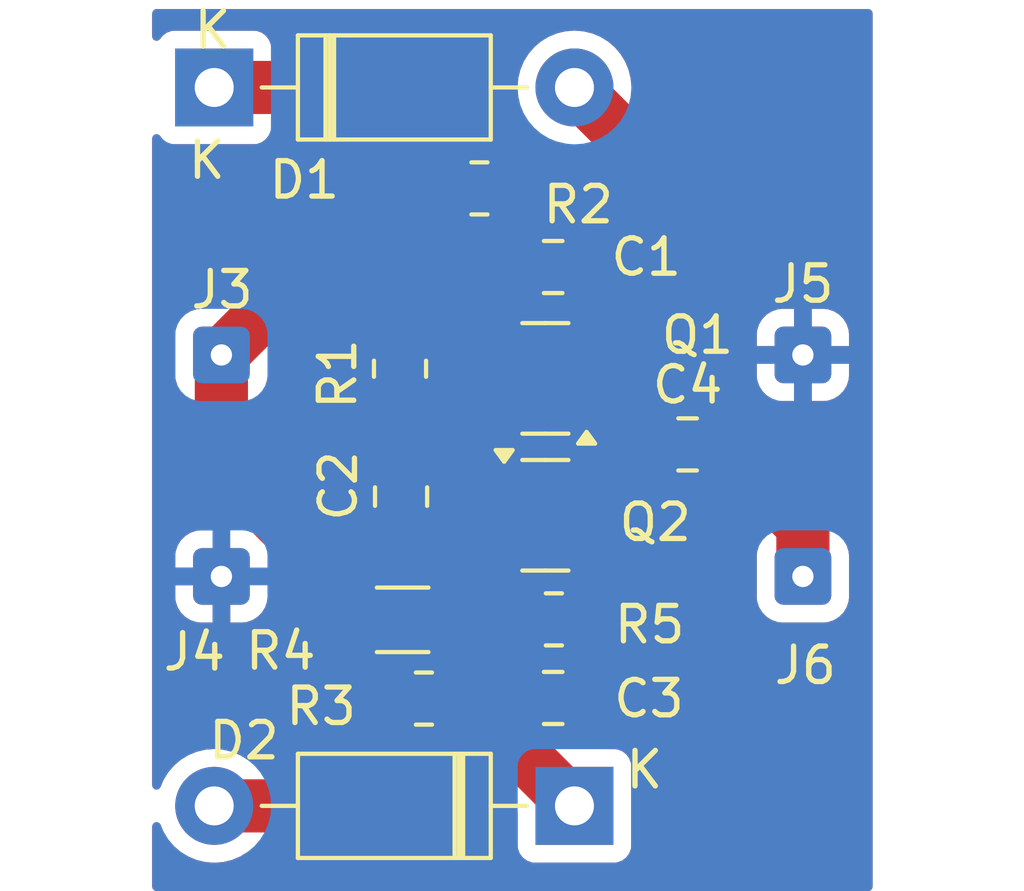
<source format=kicad_pcb>
(kicad_pcb (version 20240108) (generator "pcbnew") (generator_version "8.0")
  (layers (0 "F.Cu" signal) (31 "B.Cu" signal) (34 "B.Paste" user) (35 "F.Paste" user) (36 "B.SilkS" user "B.Silkscreen") (37 "F.SilkS" user "F.Silkscreen") (38 "B.Mask" user) (39 "F.Mask" user) (44 "Edge.Cuts" user))
  (net 0 "")
  (net 1 "Net-(D1-K)")
  (net 2 "Earth")
  (net 3 "Net-(Q2-B)")
  (net 4 "Net-(Q1-C)")
  (net 5 "Net-(D2-K)")
  (net 6 "Net-(Q2-C)")
  (net 7 "Net-(D1-A)")
  (net 8 "Net-(D2-A)")
  (net 9 "Net-(J6-Pin_1)")
  (net 10 "Net-(J3-Pin_1)")
  (footprint "Resistor_SMD:R_0805_2012Metric" (layer "F.Cu") (at 153.5022 74.151)
    (property "Reference" "R2" (at 2.788 0.458 360) (layer "F.SilkS"))
    (property "Value" "R")
    (fp_line (start -0.227064 -0.735) (end 0.227064 -0.735) (stroke (width 0.12)) (layer "F.SilkS"))
    (fp_line (start -0.227064 0.735) (end 0.227064 0.735) (stroke (width 0.12)) (layer "F.SilkS"))
    (pad "1" smd roundrect (at -0.9125 0) (size 1.025 1.4) (layers "F.Cu" "F.Paste" "F.Mask") (roundrect_rratio 0.243902) (net 10 "Net-(J3-Pin_1)"))
    (pad "2" smd roundrect (at 0.9125 0) (size 1.025 1.4) (layers "F.Cu" "F.Paste" "F.Mask") (roundrect_rratio 0.243902) (net 1 "Net-(D1-K)"))
  )
  (footprint "Capacitor_SMD:C_0805_2012Metric" (layer "F.Cu") (at 155.5822 76.36876)
    (property "Reference" "C1" (at 2.624 -0.28 0) (layer "F.SilkS"))
    (property "Value" "C")
    (fp_line (start -0.261252 -0.735) (end 0.261252 -0.735) (stroke (width 0.12)) (layer "F.SilkS"))
    (fp_line (start -0.261252 0.735) (end 0.261252 0.735) (stroke (width 0.12)) (layer "F.SilkS"))
    (pad "1" smd roundrect (at -0.95 0) (size 1 1.45) (layers "F.Cu" "F.Paste" "F.Mask") (net 1 "Net-(D1-K)"))
    (pad "2" smd roundrect (at 0.95 0) (size 1 1.45) (layers "F.Cu" "F.Paste" "F.Mask") (net 2 "Earth"))
  )
  (footprint "Resistor_SMD:R_0805_2012Metric" (layer "F.Cu") (at 151.2626 79.239066 -90)
    (property "Reference" "R1" (at 0.15 1.76 90) (layer "F.SilkS") (effects (font (thickness 0.15) (bold yes))))
    (property "Value" "R")
    (fp_line (start -0.227064 0.735) (end 0.227064 0.735) (stroke (width 0.12)) (layer "F.SilkS"))
    (fp_line (start -0.227064 -0.735) (end 0.227064 -0.735) (stroke (width 0.12)) (layer "F.SilkS"))
    (pad "1" smd roundrect (at -0.9125 0 270) (size 1.025 1.4) (layers "F.Cu" "F.Paste" "F.Mask") (roundrect_rratio 0.243902) (net 1 "Net-(D1-K)"))
    (pad "2" smd roundrect (at 0.9125 0 270) (size 1.025 1.4) (layers "F.Cu" "F.Paste" "F.Mask") (roundrect_rratio 0.243902) (net 4 "Net-(Q1-C)"))
  )
  (footprint "Package_TO_SOT_SMD:SOT-23" (layer "F.Cu") (at 155.3622 83.37428)
    (property "Reference" "Q2" (at 3.1 0.2 0) (layer "F.SilkS"))
    (property "Value" "2N2222")
    (fp_line (start 0 -1.56) (end -0.65 -1.56) (stroke (width 0.12)) (layer "F.SilkS"))
    (fp_line (start 0 -1.56) (end 0.65 -1.56) (stroke (width 0.12)) (layer "F.SilkS"))
    (fp_line (start 0 1.56) (end -0.65 1.56) (stroke (width 0.12)) (layer "F.SilkS"))
    (fp_line (start 0 1.56) (end 0.65 1.56) (stroke (width 0.12)) (layer "F.SilkS"))
    (fp_poly (pts (xy -1.1625 -1.51) (xy -1.4025 -1.84) (xy -0.9225 -1.84) (xy -1.1625 -1.51)) (stroke (width 0.12)) (fill solid) (layer "F.SilkS"))
    (pad "1" smd roundrect (at -0.9375 -0.95) (size 1.475 0.6) (layers "F.Cu" "F.Paste" "F.Mask") (net 2 "Earth"))
    (pad "2" smd roundrect (at -0.9375 0.95) (size 1.475 0.6) (layers "F.Cu" "F.Paste" "F.Mask") (net 3 "Net-(Q2-B)"))
    (pad "3" smd roundrect (at 0.9375 0) (size 1.475 0.6) (layers "F.Cu" "F.Paste" "F.Mask") (net 6 "Net-(Q2-C)"))
  )
  (footprint "Connector_Wire:SolderWire-0.1sqmm_1x01_D0.4mm_OD1mm" (layer "F.Cu") (at 146.225 85.10035 180)
    (property "Reference" "J4" (at 0.76 -2.13 360) (layer "F.SilkS"))
    (property "Value" "Conn_01x01_Pin")
    (pad "1" thru_hole roundrect (at 0 0 180) (size 1.6 1.6) (drill 0.6) (layers "*.Cu" "*.Mask") (roundrect_rratio 0.15625) (net 2 "Earth"))
  )
  (footprint "Capacitor_SMD:C_0805_2012Metric" (layer "F.Cu") (at 159.3732 81.375)
    (property "Reference" "C4" (at 0 -1.68 0) (layer "F.SilkS"))
    (property "Value" "C")
    (fp_line (start -0.261252 -0.735) (end 0.261252 -0.735) (stroke (width 0.12)) (layer "F.SilkS"))
    (fp_line (start -0.261252 0.735) (end 0.261252 0.735) (stroke (width 0.12)) (layer "F.SilkS"))
    (pad "1" smd roundrect (at -0.95 0) (size 1 1.45) (layers "F.Cu" "F.Paste" "F.Mask") (net 6 "Net-(Q2-C)"))
    (pad "2" smd roundrect (at 0.95 0) (size 1 1.45) (layers "F.Cu" "F.Paste" "F.Mask") (net 9 "Net-(J6-Pin_1)"))
  )
  (footprint "Capacitor_SMD:C_0805_2012Metric" (layer "F.Cu") (at 151.2926 82.8464 -90)
    (property "Reference" "C2" (at -0.3 1.77 90) (layer "F.SilkS"))
    (property "Value" "C")
    (fp_line (start -0.261252 0.735) (end 0.261252 0.735) (stroke (width 0.12)) (layer "F.SilkS"))
    (fp_line (start -0.261252 -0.735) (end 0.261252 -0.735) (stroke (width 0.12)) (layer "F.SilkS"))
    (pad "1" smd roundrect (at -0.95 0 270) (size 1 1.45) (layers "F.Cu" "F.Paste" "F.Mask") (net 4 "Net-(Q1-C)"))
    (pad "2" smd roundrect (at 0.95 0 270) (size 1 1.45) (layers "F.Cu" "F.Paste" "F.Mask") (net 3 "Net-(Q2-B)"))
  )
  (footprint "Diode_THT:D_DO-41_SOD81_P10.16mm_Horizontal" (layer "F.Cu") (at 146.0222 71.3022)
    (property "Reference" "D1" (at 2.54 2.61 360) (layer "F.SilkS"))
    (property "Value" "1N47xxA")
    (fp_line (start 1.34 0) (end 2.36 0) (stroke (width 0.12)) (layer "F.SilkS"))
    (fp_line (start 2.36 -1.47) (end 2.36 1.47) (stroke (width 0.12)) (layer "F.SilkS"))
    (fp_line (start 2.36 1.47) (end 7.8 1.47) (stroke (width 0.12)) (layer "F.SilkS"))
    (fp_line (start 3.14 -1.47) (end 3.14 1.47) (stroke (width 0.12)) (layer "F.SilkS"))
    (fp_line (start 3.26 -1.47) (end 3.26 1.47) (stroke (width 0.12)) (layer "F.SilkS"))
    (fp_line (start 3.38 -1.47) (end 3.38 1.47) (stroke (width 0.12)) (layer "F.SilkS"))
    (fp_line (start 7.8 -1.47) (end 2.36 -1.47) (stroke (width 0.12)) (layer "F.SilkS"))
    (fp_line (start 7.8 1.47) (end 7.8 -1.47) (stroke (width 0.12)) (layer "F.SilkS"))
    (fp_line (start 8.82 0) (end 7.8 0) (stroke (width 0.12)) (layer "F.SilkS"))
    (fp_text user "K" (at -0.05 -1.62 360) (layer "F.SilkS"))
    (pad "1" thru_hole rect (at 0 0) (size 2.2 2.2) (drill 1.1) (layers "*.Cu" "*.Mask") (net 1 "Net-(D1-K)"))
    (pad "2" thru_hole oval (at 10.16 0) (size 2.2 2.2) (drill 1.1) (layers "*.Cu" "*.Mask") (net 7 "Net-(D1-A)"))
  )
  (footprint "Diode_THT:D_DO-41_SOD81_P10.16mm_Horizontal" (layer "F.Cu") (at 156.1822 91.5747 180)
    (property "Reference" "D2" (at 9.32 1.84 360) (layer "F.SilkS"))
    (property "Value" "1N47xxA")
    (fp_line (start 8.82 0) (end 7.8 0) (stroke (width 0.12)) (layer "F.SilkS"))
    (fp_line (start 7.8 1.47) (end 7.8 -1.47) (stroke (width 0.12)) (layer "F.SilkS"))
    (fp_line (start 7.8 -1.47) (end 2.36 -1.47) (stroke (width 0.12)) (layer "F.SilkS"))
    (fp_line (start 3.38 -1.47) (end 3.38 1.47) (stroke (width 0.12)) (layer "F.SilkS"))
    (fp_line (start 3.26 -1.47) (end 3.26 1.47) (stroke (width 0.12)) (layer "F.SilkS"))
    (fp_line (start 3.14 -1.47) (end 3.14 1.47) (stroke (width 0.12)) (layer "F.SilkS"))
    (fp_line (start 2.36 1.47) (end 7.8 1.47) (stroke (width 0.12)) (layer "F.SilkS"))
    (fp_line (start 2.36 -1.47) (end 2.36 1.47) (stroke (width 0.12)) (layer "F.SilkS"))
    (fp_line (start 1.34 0) (end 2.36 0) (stroke (width 0.12)) (layer "F.SilkS"))
    (pad "1" thru_hole rect (at 0 0 180) (size 2.2 2.2) (drill 1.1) (layers "*.Cu" "*.Mask") (net 5 "Net-(D2-K)"))
    (pad "2" thru_hole oval (at 10.16 0 180) (size 2.2 2.2) (drill 1.1) (layers "*.Cu" "*.Mask") (net 8 "Net-(D2-A)"))
  )
  (footprint "Connector_Wire:SolderWire-0.1sqmm_1x01_D0.4mm_OD1mm" (layer "F.Cu") (at 146.225 78.85035 180)
    (property "Reference" "J3" (at -0.02 1.84 360) (layer "F.SilkS"))
    (property "Value" "Conn_01x01_Pin")
    (pad "1" thru_hole roundrect (at 0 0 180) (size 1.6 1.6) (drill 0.6) (layers "*.Cu" "*.Mask") (roundrect_rratio 0.15625) (net 10 "Net-(J3-Pin_1)"))
  )
  (footprint "Package_TO_SOT_SMD:SOT-23" (layer "F.Cu") (at 155.3622 79.51152 180)
    (property "Reference" "Q1" (at -4.29 1.22 360) (layer "F.SilkS"))
    (property "Value" "2N2222")
    (fp_line (start 0 1.56) (end 0.65 1.56) (stroke (width 0.12)) (layer "F.SilkS"))
    (fp_line (start 0 1.56) (end -0.65 1.56) (stroke (width 0.12)) (layer "F.SilkS"))
    (fp_line (start 0 -1.56) (end 0.65 -1.56) (stroke (width 0.12)) (layer "F.SilkS"))
    (fp_line (start 0 -1.56) (end -0.65 -1.56) (stroke (width 0.12)) (layer "F.SilkS"))
    (fp_poly (pts (xy -1.1625 -1.51) (xy -1.4025 -1.84) (xy -0.9225 -1.84) (xy -1.1625 -1.51)) (stroke (width 0.12)) (fill solid) (layer "F.SilkS"))
    (pad "1" smd roundrect (at -0.9375 -0.95 180) (size 1.475 0.6) (layers "F.Cu" "F.Paste" "F.Mask") (net 2 "Earth"))
    (pad "2" smd roundrect (at -0.9375 0.95 180) (size 1.475 0.6) (layers "F.Cu" "F.Paste" "F.Mask") (net 7 "Net-(D1-A)"))
    (pad "3" smd roundrect (at 0.9375 0 180) (size 1.475 0.6) (layers "F.Cu" "F.Paste" "F.Mask") (net 4 "Net-(Q1-C)"))
  )
  (footprint "Capacitor_SMD:C_0805_2012Metric" (layer "F.Cu") (at 155.5822 88.5298)
    (property "Reference" "C3" (at 2.7 0.02 0) (layer "F.SilkS"))
    (property "Value" "C")
    (fp_line (start -0.261252 -0.735) (end 0.261252 -0.735) (stroke (width 0.12)) (layer "F.SilkS"))
    (fp_line (start -0.261252 0.735) (end 0.261252 0.735) (stroke (width 0.12)) (layer "F.SilkS"))
    (pad "1" smd roundrect (at -0.95 0) (size 1 1.45) (layers "F.Cu" "F.Paste" "F.Mask") (net 5 "Net-(D2-K)"))
    (pad "2" smd roundrect (at 0.95 0) (size 1 1.45) (layers "F.Cu" "F.Paste" "F.Mask") (net 2 "Earth"))
  )
  (footprint "Resistor_SMD:R_0805_2012Metric" (layer "F.Cu") (at 155.6022 86.31204)
    (property "Reference" "R5" (at 2.7 0.15 0) (layer "F.SilkS"))
    (property "Value" "R")
    (fp_line (start -0.227064 -0.735) (end 0.227064 -0.735) (stroke (width 0.12)) (layer "F.SilkS"))
    (fp_line (start -0.227064 0.735) (end 0.227064 0.735) (stroke (width 0.12)) (layer "F.SilkS"))
    (pad "1" smd roundrect (at -0.9125 0) (size 1.025 1.4) (layers "F.Cu" "F.Paste" "F.Mask") (roundrect_rratio 0.243902) (net 5 "Net-(D2-K)"))
    (pad "2" smd roundrect (at 0.9125 0) (size 1.025 1.4) (layers "F.Cu" "F.Paste" "F.Mask") (roundrect_rratio 0.243902) (net 6 "Net-(Q2-C)"))
  )
  (footprint "Connector_Wire:SolderWire-0.1sqmm_1x01_D0.4mm_OD1mm" (layer "F.Cu") (at 162.625 78.85035)
    (property "Reference" "J5" (at 0 -2 0) (layer "F.SilkS"))
    (property "Value" "Conn_01x01_Pin")
    (pad "1" thru_hole roundrect (at 0 0) (size 1.6 1.6) (drill 0.6) (layers "*.Cu" "*.Mask") (roundrect_rratio 0.15625) (net 2 "Earth"))
  )
  (footprint "Resistor_SMD:R_1206_3216Metric_Pad1.30x1.75mm_HandSolder" (layer "F.Cu") (at 151.3374 86.32502)
    (property "Reference" "R4" (at -3.44 0.88 0) (layer "F.SilkS"))
    (property "Value" "R")
    (fp_line (start -0.727064 -0.91) (end 0.727064 -0.91) (stroke (width 0.12)) (layer "F.SilkS"))
    (fp_line (start -0.727064 0.91) (end 0.727064 0.91) (stroke (width 0.12)) (layer "F.SilkS"))
    (pad "1" smd roundrect (at -1.55 0) (size 1.3 1.75) (layers "F.Cu" "F.Paste" "F.Mask") (roundrect_rratio 0.192308) (net 10 "Net-(J3-Pin_1)"))
    (pad "2" smd roundrect (at 1.55 0) (size 1.3 1.75) (layers "F.Cu" "F.Paste" "F.Mask") (roundrect_rratio 0.192308) (net 5 "Net-(D2-K)"))
  )
  (footprint "Connector_Wire:SolderWire-0.1sqmm_1x01_D0.4mm_OD1mm" (layer "F.Cu") (at 162.625 85.10035)
    (property "Reference" "J6" (at 0.07 2.51 0) (layer "F.SilkS"))
    (property "Value" "Conn_01x01_Pin")
    (pad "1" thru_hole roundrect (at 0 0) (size 1.6 1.6) (drill 0.6) (layers "*.Cu" "*.Mask") (roundrect_rratio 0.15625) (net 9 "Net-(J6-Pin_1)"))
  )
  (footprint "Resistor_SMD:R_0805_2012Metric" (layer "F.Cu") (at 151.9374 88.54682 180)
    (property "Reference" "R3" (at 2.9 -0.22 360) (layer "F.SilkS"))
    (property "Value" "R")
    (fp_line (start -0.227064 0.735) (end 0.227064 0.735) (stroke (width 0.12)) (layer "F.SilkS"))
    (fp_line (start -0.227064 -0.735) (end 0.227064 -0.735) (stroke (width 0.12)) (layer "F.SilkS"))
    (pad "1" smd roundrect (at -0.9125 0 180) (size 1.025 1.4) (layers "F.Cu" "F.Paste" "F.Mask") (roundrect_rratio 0.243902) (net 8 "Net-(D2-A)"))
    (pad "2" smd roundrect (at 0.9125 0 180) (size 1.025 1.4) (layers "F.Cu" "F.Paste" "F.Mask") (roundrect_rratio 0.243902) (net 3 "Net-(Q2-B)"))
  )
  (gr_text "K" (at 145.8122 73.3522 360) (layer "F.SilkS") (effects (font (size 1 1))))
  (gr_text "K" (at 158.1522 90.5547 360) (layer "F.SilkS") (effects (font (size 1 1))))
  (segment (start 152.157384 71.3022) (end 154.4147 73.559516) (width 1.5) (layer "F.Cu") (net 1))
  (segment (start 154.4147 73.559516) (end 154.4147 74.151) (width 1.5) (layer "F.Cu") (net 1))
  (segment (start 154.4147 76.15126) (end 154.6322 76.36876) (width 1.5) (layer "F.Cu") (net 1))
  (segment (start 146.0222 71.3022) (end 152.157384 71.3022) (width 1.5) (layer "F.Cu") (net 1))
  (segment (start 154.6322 76.36876) (end 153.220406 76.36876) (width 1.5) (layer "F.Cu") (net 1))
  (segment (start 154.4147 74.151) (end 154.4147 76.15126) (width 1.5) (layer "F.Cu") (net 1))
  (segment (start 153.220406 76.36876) (end 151.2626 78.326566) (width 1.5) (layer "F.Cu") (net 1))
  (segment (start 151.2374 83.8516) (end 151.2926 83.7964) (width 1) (layer "F.Cu") (net 3))
  (segment (start 151.82048 84.32428) (end 151.2926 83.7964) (width 1.5) (layer "F.Cu") (net 3))
  (segment (start 154.4247 84.32428) (end 151.82048 84.32428) (width 1.5) (layer "F.Cu") (net 3))
  (segment (start 151.0249 88.54682) (end 151.2374 88.33432) (width 1) (layer "F.Cu") (net 3))
  (segment (start 151.2374 88.33432) (end 151.2374 83.8516) (width 1) (layer "F.Cu") (net 3))
  (segment (start 151.2926 81.8964) (end 151.2926 80.181566) (width 1.5) (layer "F.Cu") (net 4))
  (segment (start 153.784654 80.151566) (end 151.2626 80.151566) (width 1.5) (layer "F.Cu") (net 4))
  (segment (start 154.4247 79.51152) (end 153.784654 80.151566) (width 1.5) (layer "F.Cu") (net 4))
  (segment (start 151.2926 80.181566) (end 151.2626 80.151566) (width 1.5) (layer "F.Cu") (net 4))
  (segment (start 154.6897 88.4723) (end 154.6322 88.5298) (width 1.5) (layer "F.Cu") (net 5))
  (segment (start 154.67672 86.32502) (end 154.6897 86.31204) (width 1.5) (layer "F.Cu") (net 5))
  (segment (start 154.6897 86.31204) (end 154.6897 88.4723) (width 1.5) (layer "F.Cu") (net 5))
  (segment (start 154.6322 90.0247) (end 156.1822 91.5747) (width 1.5) (layer "F.Cu") (net 5))
  (segment (start 154.6322 88.5298) (end 154.6322 90.0247) (width 1.5) (layer "F.Cu") (net 5))
  (segment (start 152.8874 86.32502) (end 154.67672 86.32502) (width 1.5) (layer "F.Cu") (net 5))
  (segment (start 156.2997 83.37428) (end 156.5147 83.58928) (width 1.5) (layer "F.Cu") (net 6))
  (segment (start 158.29898 81.375) (end 156.2997 83.37428) (width 1.5) (layer "F.Cu") (net 6))
  (segment (start 156.5147 83.58928) (end 156.5147 86.31204) (width 1.5) (layer "F.Cu") (net 6))
  (segment (start 158.4232 81.375) (end 158.29898 81.375) (width 1.5) (layer "F.Cu") (net 6))
  (segment (start 157.9822 73.1022) (end 156.1822 71.3022) (width 1.5) (layer "F.Cu") (net 7))
  (segment (start 156.2997 78.56152) (end 157.037199 78.56152) (width 1.5) (layer "F.Cu") (net 7))
  (segment (start 157.9822 77.616519) (end 157.9822 73.1022) (width 1.5) (layer "F.Cu") (net 7))
  (segment (start 157.037199 78.56152) (end 157.9822 77.616519) (width 1.5) (layer "F.Cu") (net 7))
  (segment (start 146.0222 91.5747) (end 150.52202 91.5747) (width 1.5) (layer "F.Cu") (net 8))
  (segment (start 152.8499 89.24682) (end 152.8499 88.54682) (width 1.5) (layer "F.Cu") (net 8))
  (segment (start 150.52202 91.5747) (end 152.8499 89.24682) (width 1.5) (layer "F.Cu") (net 8))
  (segment (start 162.625 83.6768) (end 160.3232 81.375) (width 1.5) (layer "F.Cu") (net 9))
  (segment (start 162.625 85.10035) (end 162.625 83.6768) (width 1.5) (layer "F.Cu") (net 9))
  (segment (start 146.225 78.85035) (end 146.225 81.925) (width 1.5) (layer "F.Cu") (net 10))
  (segment (start 150.92435 74.151) (end 146.225 78.85035) (width 1.5) (layer "F.Cu") (net 10))
  (segment (start 146.225 81.925) (end 149.7874 85.4874) (width 1.5) (layer "F.Cu") (net 10))
  (segment (start 152.5897 74.151) (end 150.92435 74.151) (width 1.5) (layer "F.Cu") (net 10))
  (segment (start 149.7874 85.4874) (end 149.7874 86.32502) (width 1.5) (layer "F.Cu") (net 10))
  (zone (net 2) (net_name "Earth") (layers "F&B.Cu") (connect_pads (clearance 0.5)) (min_thickness 0.25) (fill yes (thermal_gap 0.5) (thermal_bridge_width 0.5) (island_removal_mode 1) (island_area_min 10))
    (polygon (pts (xy 144.272 69.088) (xy 164.592 69.088) (xy 164.592 93.98) (xy 144.272 93.98)))
  )
)
</source>
